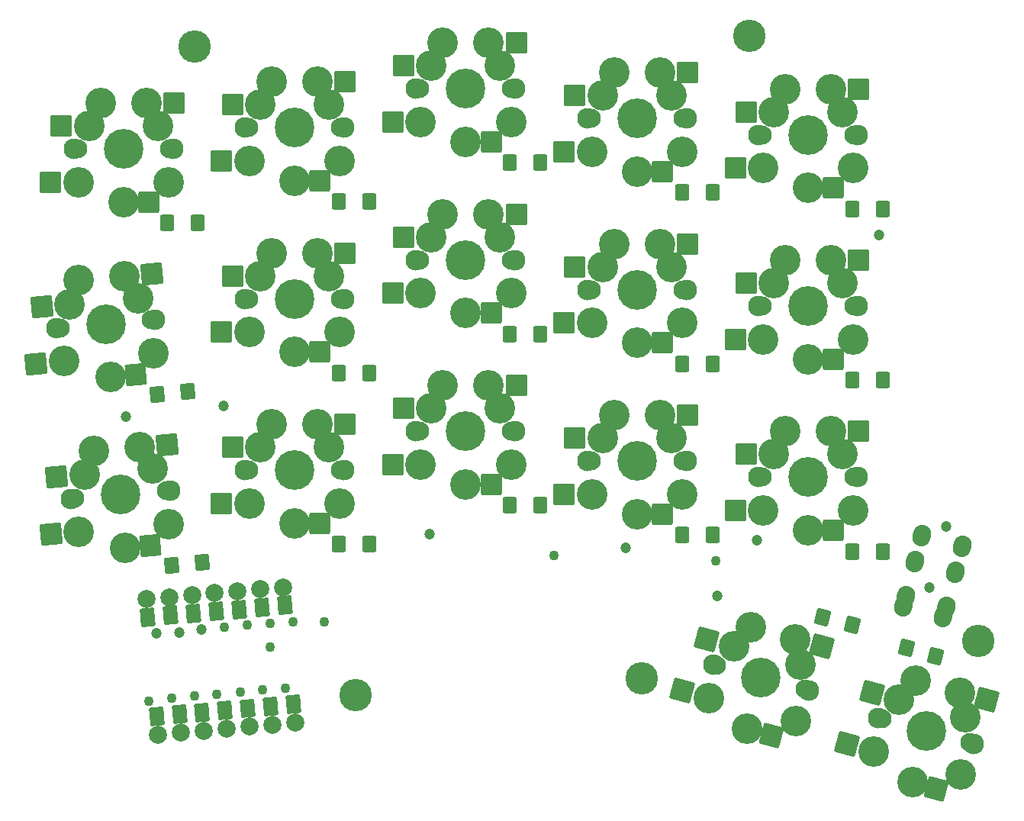
<source format=gbs>
G04 #@! TF.GenerationSoftware,KiCad,Pcbnew,7.0.5-0*
G04 #@! TF.CreationDate,2023-06-11T17:15:19+08:00*
G04 #@! TF.ProjectId,AWKB,41574b42-2e6b-4696-9361-645f70636258,rev?*
G04 #@! TF.SameCoordinates,Original*
G04 #@! TF.FileFunction,Soldermask,Bot*
G04 #@! TF.FilePolarity,Negative*
%FSLAX46Y46*%
G04 Gerber Fmt 4.6, Leading zero omitted, Abs format (unit mm)*
G04 Created by KiCad (PCBNEW 7.0.5-0) date 2023-06-11 17:15:19*
%MOMM*%
%LPD*%
G01*
G04 APERTURE LIST*
G04 Aperture macros list*
%AMRoundRect*
0 Rectangle with rounded corners*
0 $1 Rounding radius*
0 $2 $3 $4 $5 $6 $7 $8 $9 X,Y pos of 4 corners*
0 Add a 4 corners polygon primitive as box body*
4,1,4,$2,$3,$4,$5,$6,$7,$8,$9,$2,$3,0*
0 Add four circle primitives for the rounded corners*
1,1,$1+$1,$2,$3*
1,1,$1+$1,$4,$5*
1,1,$1+$1,$6,$7*
1,1,$1+$1,$8,$9*
0 Add four rect primitives between the rounded corners*
20,1,$1+$1,$2,$3,$4,$5,0*
20,1,$1+$1,$4,$5,$6,$7,0*
20,1,$1+$1,$6,$7,$8,$9,0*
20,1,$1+$1,$8,$9,$2,$3,0*%
%AMHorizOval*
0 Thick line with rounded ends*
0 $1 width*
0 $2 $3 position (X,Y) of the first rounded end (center of the circle)*
0 $4 $5 position (X,Y) of the second rounded end (center of the circle)*
0 Add line between two ends*
20,1,$1,$2,$3,$4,$5,0*
0 Add two circle primitives to create the rounded ends*
1,1,$1,$2,$3*
1,1,$1,$4,$5*%
%AMFreePoly0*
4,1,22,0.686777,0.580194,0.756366,0.524698,0.794986,0.444504,0.799999,0.400000,0.800000,0.200000,0.780194,0.113223,0.741421,0.058579,0.141421,-0.541421,0.066056,-0.588777,-0.022393,-0.598742,-0.106406,-0.569345,-0.141421,-0.541421,-0.741421,0.058579,-0.788777,0.133944,-0.800000,0.200000,-0.800000,0.400000,-0.780194,0.486777,-0.724698,0.556366,-0.644504,0.594986,-0.600000,0.600000,
0.600000,0.600000,0.686777,0.580194,0.686777,0.580194,$1*%
%AMFreePoly1*
4,1,26,0.706406,1.169345,0.769345,1.106406,0.798742,1.022393,0.800000,1.000000,0.800000,-0.250000,0.780194,-0.336777,0.724698,-0.406366,0.644504,-0.444986,0.600000,-0.450000,-0.600000,-0.450000,-0.686777,-0.430194,-0.756366,-0.374698,-0.794986,-0.294504,-0.800000,-0.250000,-0.800001,1.000000,-0.780194,1.086777,-0.724698,1.156366,-0.644504,1.194985,-0.555496,1.194986,-0.475302,1.156366,
-0.458579,1.141421,0.000000,0.682842,0.458579,1.141421,0.533944,1.188777,0.622393,1.198742,0.706406,1.169345,0.706406,1.169345,$1*%
G04 Aperture macros list end*
%ADD10C,0.100000*%
%ADD11C,1.200000*%
%ADD12HorizOval,2.000000X0.051764X0.193185X-0.051764X-0.193185X0*%
%ADD13HorizOval,2.000000X-0.051764X-0.193185X0.051764X0.193185X0*%
%ADD14C,2.300000*%
%ADD15C,2.100000*%
%ADD16C,3.400000*%
%ADD17C,4.400000*%
%ADD18RoundRect,0.200000X1.000000X1.000000X-1.000000X1.000000X-1.000000X-1.000000X1.000000X-1.000000X0*%
%ADD19RoundRect,0.200000X0.950000X1.000000X-0.950000X1.000000X-0.950000X-1.000000X0.950000X-1.000000X0*%
%ADD20RoundRect,0.200000X-0.600000X-0.700000X0.600000X-0.700000X0.600000X0.700000X-0.600000X0.700000X0*%
%ADD21C,3.600000*%
%ADD22RoundRect,0.200000X1.224745X0.707107X-0.707107X1.224745X-1.224745X-0.707107X0.707107X-1.224745X0*%
%ADD23RoundRect,0.200000X1.176449X0.720048X-0.658810X1.211804X-1.176449X-0.720048X0.658810X-1.211804X0*%
%ADD24RoundRect,0.200000X0.909039X1.083350X-1.083350X0.909039X-0.909039X-1.083350X1.083350X-0.909039X0*%
%ADD25RoundRect,0.200000X0.859229X1.078993X-1.033541X0.913397X-0.859229X-1.078993X1.033541X-0.913397X0*%
%ADD26C,2.000000*%
%ADD27FreePoly0,185.000000*%
%ADD28FreePoly0,5.000000*%
%ADD29FreePoly1,185.000000*%
%ADD30FreePoly1,5.000000*%
%ADD31RoundRect,0.200000X-0.760729X-0.520857X0.398382X-0.831440X0.760729X0.520857X-0.398382X0.831440X0*%
%ADD32RoundRect,0.200000X-0.536708X-0.749630X0.658726X-0.645043X0.536708X0.749630X-0.658726X0.645043X0*%
%ADD33C,1.100000*%
G04 APERTURE END LIST*
D10*
X112369413Y-137759707D02*
X111357279Y-137848257D01*
X111268729Y-136836123D01*
X112280863Y-136747573D01*
X112369413Y-137759707D01*
G36*
X112369413Y-137759707D02*
G01*
X111357279Y-137848257D01*
X111268729Y-136836123D01*
X112280863Y-136747573D01*
X112369413Y-137759707D01*
G37*
X114899747Y-137538331D02*
X113887614Y-137626882D01*
X113799063Y-136614748D01*
X114811197Y-136526198D01*
X114899747Y-137538331D01*
G36*
X114899747Y-137538331D02*
G01*
X113887614Y-137626882D01*
X113799063Y-136614748D01*
X114811197Y-136526198D01*
X114899747Y-137538331D01*
G37*
X117430082Y-137316956D02*
X116417948Y-137405506D01*
X116329398Y-136393372D01*
X117341532Y-136304822D01*
X117430082Y-137316956D01*
G36*
X117430082Y-137316956D02*
G01*
X116417948Y-137405506D01*
X116329398Y-136393372D01*
X117341532Y-136304822D01*
X117430082Y-137316956D01*
G37*
X119960416Y-137095580D02*
X118948283Y-137184130D01*
X118859732Y-136171997D01*
X119871866Y-136083446D01*
X119960416Y-137095580D01*
G36*
X119960416Y-137095580D02*
G01*
X118948283Y-137184130D01*
X118859732Y-136171997D01*
X119871866Y-136083446D01*
X119960416Y-137095580D01*
G37*
X122490751Y-136874205D02*
X121478617Y-136962755D01*
X121390067Y-135950621D01*
X122402201Y-135862071D01*
X122490751Y-136874205D01*
G36*
X122490751Y-136874205D02*
G01*
X121478617Y-136962755D01*
X121390067Y-135950621D01*
X122402201Y-135862071D01*
X122490751Y-136874205D01*
G37*
X125021086Y-136652829D02*
X124008952Y-136741379D01*
X123920402Y-135729245D01*
X124932535Y-135640695D01*
X125021086Y-136652829D01*
G36*
X125021086Y-136652829D02*
G01*
X124008952Y-136741379D01*
X123920402Y-135729245D01*
X124932535Y-135640695D01*
X125021086Y-136652829D01*
G37*
X127551420Y-136431453D02*
X126539286Y-136520004D01*
X126450736Y-135507870D01*
X127462870Y-135419320D01*
X127551420Y-136431453D01*
G36*
X127551420Y-136431453D02*
G01*
X126539286Y-136520004D01*
X126450736Y-135507870D01*
X127462870Y-135419320D01*
X127551420Y-136431453D01*
G37*
X111377650Y-126423808D02*
X110365516Y-126512359D01*
X110276966Y-125500225D01*
X111289100Y-125411674D01*
X111377650Y-126423808D01*
G36*
X111377650Y-126423808D02*
G01*
X110365516Y-126512359D01*
X110276966Y-125500225D01*
X111289100Y-125411674D01*
X111377650Y-126423808D01*
G37*
X113907985Y-126202433D02*
X112895851Y-126290983D01*
X112807301Y-125278849D01*
X113819435Y-125190299D01*
X113907985Y-126202433D01*
G36*
X113907985Y-126202433D02*
G01*
X112895851Y-126290983D01*
X112807301Y-125278849D01*
X113819435Y-125190299D01*
X113907985Y-126202433D01*
G37*
X116438319Y-125981057D02*
X115426186Y-126069607D01*
X115337635Y-125057474D01*
X116349769Y-124968923D01*
X116438319Y-125981057D01*
G36*
X116438319Y-125981057D02*
G01*
X115426186Y-126069607D01*
X115337635Y-125057474D01*
X116349769Y-124968923D01*
X116438319Y-125981057D01*
G37*
X118968654Y-125759682D02*
X117956520Y-125848232D01*
X117867970Y-124836098D01*
X118880104Y-124747548D01*
X118968654Y-125759682D01*
G36*
X118968654Y-125759682D02*
G01*
X117956520Y-125848232D01*
X117867970Y-124836098D01*
X118880104Y-124747548D01*
X118968654Y-125759682D01*
G37*
X121498988Y-125538306D02*
X120486855Y-125626856D01*
X120398304Y-124614722D01*
X121410438Y-124526172D01*
X121498988Y-125538306D01*
G36*
X121498988Y-125538306D02*
G01*
X120486855Y-125626856D01*
X120398304Y-124614722D01*
X121410438Y-124526172D01*
X121498988Y-125538306D01*
G37*
X124029323Y-125316930D02*
X123017189Y-125405481D01*
X122928639Y-124393347D01*
X123940773Y-124304797D01*
X124029323Y-125316930D01*
G36*
X124029323Y-125316930D02*
G01*
X123017189Y-125405481D01*
X122928639Y-124393347D01*
X123940773Y-124304797D01*
X124029323Y-125316930D01*
G37*
X126559657Y-125095555D02*
X125547524Y-125184105D01*
X125458973Y-124171971D01*
X126471107Y-124083421D01*
X126559657Y-125095555D01*
G36*
X126559657Y-125095555D02*
G01*
X125547524Y-125184105D01*
X125458973Y-124171971D01*
X126471107Y-124083421D01*
X126559657Y-125095555D01*
G37*
D11*
X199392895Y-116091550D03*
X197581161Y-122853031D03*
D12*
X194911267Y-123814783D03*
D13*
X199388680Y-124993796D03*
D12*
X195946543Y-119951079D03*
D13*
X200423956Y-121130093D03*
D12*
X196723000Y-117053302D03*
D13*
X201200413Y-118232315D03*
X194660720Y-124865747D03*
D12*
X199069825Y-126067869D03*
D14*
X121613328Y-109786994D03*
D15*
X122033328Y-109786994D03*
D16*
X122113328Y-113486994D03*
X123303328Y-107246994D03*
X124573328Y-104706994D03*
D17*
X127113328Y-109786994D03*
D16*
X127113328Y-115686994D03*
X129653328Y-104706994D03*
X130923328Y-107246994D03*
X132113328Y-113486994D03*
D15*
X132193328Y-109786994D03*
D14*
X132613328Y-109786994D03*
D18*
X119013328Y-113486994D03*
X120213328Y-107246994D03*
D19*
X129913328Y-115686994D03*
D18*
X132713328Y-104706994D03*
D20*
X170082000Y-117007000D03*
X173482000Y-117007000D03*
D14*
X121613328Y-90787394D03*
D15*
X122033328Y-90787394D03*
D16*
X122113328Y-94487394D03*
X123303328Y-88247394D03*
X124573328Y-85707394D03*
D17*
X127113328Y-90787394D03*
D16*
X127113328Y-96687394D03*
X129653328Y-85707394D03*
X130923328Y-88247394D03*
X132113328Y-94487394D03*
D15*
X132193328Y-90787394D03*
D14*
X132613328Y-90787394D03*
D18*
X119013328Y-94487394D03*
X120213328Y-88247394D03*
D19*
X129913328Y-96687394D03*
D18*
X132713328Y-85707394D03*
D21*
X177571400Y-61595000D03*
D20*
X170082000Y-98006600D03*
X173482000Y-98006600D03*
D14*
X173562946Y-131387733D03*
D15*
X173968635Y-131496437D03*
D16*
X173088278Y-135091068D03*
X175852761Y-129371686D03*
X177736887Y-127246934D03*
D17*
X178875538Y-132811238D03*
D16*
X177348506Y-138510200D03*
X182643790Y-128561735D03*
X183213116Y-131343887D03*
X182747537Y-137679259D03*
D15*
X183782441Y-134126039D03*
D14*
X184188130Y-134234743D03*
D22*
X170093908Y-134288729D03*
X172868050Y-128571935D03*
D23*
X180053098Y-139234894D03*
D22*
X185599523Y-129353721D03*
D14*
X102613128Y-74149994D03*
D15*
X103033128Y-74149994D03*
D16*
X103113128Y-77849994D03*
X104303128Y-71609994D03*
X105573128Y-69069994D03*
D17*
X108113128Y-74149994D03*
D16*
X108113128Y-80049994D03*
X110653128Y-69069994D03*
X111923128Y-71609994D03*
X113113128Y-77849994D03*
D15*
X113193128Y-74149994D03*
D14*
X113613128Y-74149994D03*
D18*
X100013128Y-77849994D03*
X101213128Y-71609994D03*
D19*
X110913128Y-80049994D03*
D18*
X113713128Y-69069994D03*
D14*
X100684341Y-94064498D03*
D15*
X101102743Y-94027892D03*
D16*
X101504915Y-97706840D03*
X102146535Y-91386870D03*
X103190326Y-88745848D03*
D17*
X106163412Y-93585141D03*
D16*
X106677631Y-99462690D03*
X108250995Y-88303096D03*
X109737538Y-90722743D03*
X111466862Y-96835283D03*
D15*
X111224081Y-93142390D03*
D14*
X111642483Y-93105784D03*
D24*
X98416711Y-97977023D03*
X99068293Y-91656181D03*
D25*
X109466976Y-99218654D03*
D24*
X111299351Y-88036400D03*
D20*
X131982000Y-118006400D03*
X135382000Y-118006400D03*
X170082000Y-79006640D03*
X173482000Y-79006640D03*
D21*
X165620200Y-132943600D03*
D20*
X192405000Y-99806000D03*
X189005000Y-99806000D03*
X151005102Y-75696440D03*
X154405102Y-75696440D03*
X192405000Y-118806000D03*
X189005000Y-118806000D03*
D21*
X133895600Y-134799386D03*
D14*
X191862097Y-137305296D03*
D15*
X192267786Y-137414000D03*
D16*
X191387429Y-141008631D03*
X194151912Y-135289249D03*
X196036038Y-133164497D03*
D17*
X197174689Y-138728801D03*
D16*
X195647657Y-144427763D03*
X200942941Y-134479298D03*
X201512267Y-137261450D03*
X201046688Y-143596822D03*
D15*
X202081592Y-140043602D03*
D14*
X202487281Y-140152306D03*
D22*
X188393059Y-140206292D03*
X191167201Y-134489498D03*
D23*
X198352249Y-145152457D03*
D22*
X203898674Y-135271284D03*
D26*
X111981982Y-139160002D03*
X114512317Y-138938627D03*
X117042651Y-138717251D03*
X119572986Y-138495876D03*
X122103321Y-138274500D03*
X124633655Y-138053124D03*
X127163990Y-137831749D03*
D27*
X111841208Y-137550949D03*
X114371543Y-137329573D03*
X116901877Y-137108197D03*
X119432212Y-136886822D03*
X121962547Y-136665446D03*
X124492881Y-136444071D03*
X127023216Y-136222695D03*
D28*
X110805171Y-125708983D03*
X113335505Y-125487607D03*
X115865840Y-125266232D03*
X118396174Y-125044856D03*
X120926509Y-124823481D03*
X123456843Y-124602105D03*
X125987178Y-124380730D03*
D26*
X110665704Y-124114872D03*
X113196039Y-123893497D03*
X115726373Y-123672121D03*
X118256708Y-123450746D03*
X120787042Y-123229370D03*
X123317377Y-123007994D03*
X125847711Y-122786619D03*
D29*
X111752658Y-136538815D03*
X114282993Y-136317439D03*
X116813327Y-136096064D03*
X119343662Y-135874688D03*
X121873996Y-135653312D03*
X124404331Y-135431937D03*
X126934665Y-135210561D03*
D30*
X126075728Y-125392863D03*
X123545394Y-125614239D03*
X121015059Y-125835615D03*
X118484725Y-126056990D03*
X115954390Y-126278366D03*
X113424055Y-126499741D03*
X110893721Y-126721117D03*
D20*
X192405000Y-80806200D03*
X189005000Y-80806200D03*
D14*
X140612728Y-105477194D03*
D15*
X141032728Y-105477194D03*
D16*
X141112728Y-109177194D03*
X142302728Y-102937194D03*
X143572728Y-100397194D03*
D17*
X146112728Y-105477194D03*
D16*
X146112728Y-111377194D03*
X148652728Y-100397194D03*
X149922728Y-102937194D03*
X151112728Y-109177194D03*
D15*
X151192728Y-105477194D03*
D14*
X151612728Y-105477194D03*
D18*
X138012728Y-109177194D03*
X139212728Y-102937194D03*
D19*
X148912728Y-111377194D03*
D18*
X151712728Y-100397194D03*
D21*
X202958206Y-128782383D03*
D31*
X194979326Y-129531808D03*
X198263474Y-130411792D03*
D14*
X159612928Y-70787234D03*
D15*
X160032928Y-70787234D03*
D16*
X160112928Y-74487234D03*
X161302928Y-68247234D03*
X162572928Y-65707234D03*
D17*
X165112928Y-70787234D03*
D16*
X165112928Y-76687234D03*
X167652928Y-65707234D03*
X168922928Y-68247234D03*
X170112928Y-74487234D03*
D15*
X170192928Y-70787234D03*
D14*
X170612928Y-70787234D03*
D18*
X157012928Y-74487234D03*
X158212928Y-68247234D03*
D19*
X167912928Y-76687234D03*
D18*
X170712928Y-65707234D03*
D14*
X121613328Y-71787794D03*
D15*
X122033328Y-71787794D03*
D16*
X122113328Y-75487794D03*
X123303328Y-69247794D03*
X124573328Y-66707794D03*
D17*
X127113328Y-71787794D03*
D16*
X127113328Y-77687794D03*
X129653328Y-66707794D03*
X130923328Y-69247794D03*
X132113328Y-75487794D03*
D15*
X132193328Y-71787794D03*
D14*
X132613328Y-71787794D03*
D18*
X119013328Y-75487794D03*
X120213328Y-69247794D03*
D19*
X129913328Y-77687794D03*
D18*
X132713328Y-66707794D03*
X189712626Y-67506794D03*
D19*
X186912626Y-78486794D03*
D18*
X177212626Y-70046794D03*
X176012626Y-76286794D03*
D14*
X189612626Y-72586794D03*
D15*
X189192626Y-72586794D03*
D16*
X189112626Y-76286794D03*
X187922626Y-70046794D03*
X186652626Y-67506794D03*
X184112626Y-78486794D03*
D17*
X184112626Y-72586794D03*
D16*
X181572626Y-67506794D03*
X180302626Y-70046794D03*
X179112626Y-76286794D03*
D15*
X179032626Y-72586794D03*
D14*
X178612626Y-72586794D03*
D31*
X185691852Y-126120016D03*
X188976000Y-127000000D03*
D32*
X116886462Y-120050270D03*
X113499400Y-120346600D03*
D20*
X131982000Y-99006800D03*
X135382000Y-99006800D03*
D32*
X111839083Y-101369091D03*
X115226145Y-101072761D03*
D20*
X131982000Y-80007200D03*
X135382000Y-80007200D03*
D14*
X159612928Y-108787594D03*
D15*
X160032928Y-108787594D03*
D16*
X160112928Y-112487594D03*
X161302928Y-106247594D03*
X162572928Y-103707594D03*
D17*
X165112928Y-108787594D03*
D16*
X165112928Y-114687594D03*
X167652928Y-103707594D03*
X168922928Y-106247594D03*
X170112928Y-112487594D03*
D15*
X170192928Y-108787594D03*
D14*
X170612928Y-108787594D03*
D18*
X157012928Y-112487594D03*
X158212928Y-106247594D03*
D19*
X167912928Y-114687594D03*
D18*
X170712928Y-103707594D03*
D20*
X151005102Y-113696600D03*
X154405102Y-113696600D03*
X112932000Y-82369400D03*
X116332000Y-82369400D03*
D18*
X189712626Y-105506594D03*
D19*
X186912626Y-116486594D03*
D18*
X177212626Y-108046594D03*
X176012626Y-114286594D03*
D14*
X189612626Y-110586594D03*
D15*
X189192626Y-110586594D03*
D16*
X189112626Y-114286594D03*
X187922626Y-108046594D03*
X186652626Y-105506594D03*
X184112626Y-116486594D03*
D17*
X184112626Y-110586594D03*
D16*
X181572626Y-105506594D03*
X180302626Y-108046594D03*
X179112626Y-114286594D03*
D15*
X179032626Y-110586594D03*
D14*
X178612626Y-110586594D03*
X159612928Y-89787194D03*
D15*
X160032928Y-89787194D03*
D16*
X160112928Y-93487194D03*
X161302928Y-87247194D03*
X162572928Y-84707194D03*
D17*
X165112928Y-89787194D03*
D16*
X165112928Y-95687194D03*
X167652928Y-84707194D03*
X168922928Y-87247194D03*
X170112928Y-93487194D03*
D15*
X170192928Y-89787194D03*
D14*
X170612928Y-89787194D03*
D18*
X157012928Y-93487194D03*
X158212928Y-87247194D03*
D19*
X167912928Y-95687194D03*
D18*
X170712928Y-84707194D03*
D20*
X151005102Y-94696400D03*
X154405102Y-94696400D03*
D18*
X189712626Y-86506594D03*
D19*
X186912626Y-97486594D03*
D18*
X177212626Y-89046594D03*
X176012626Y-95286594D03*
D14*
X189612626Y-91586594D03*
D15*
X189192626Y-91586594D03*
D16*
X189112626Y-95286594D03*
X187922626Y-89046594D03*
X186652626Y-86506594D03*
X184112626Y-97486594D03*
D17*
X184112626Y-91586594D03*
D16*
X181572626Y-86506594D03*
X180302626Y-89046594D03*
X179112626Y-95286594D03*
D15*
X179032626Y-91586594D03*
D14*
X178612626Y-91586594D03*
X140612728Y-67477034D03*
D15*
X141032728Y-67477034D03*
D16*
X141112728Y-71177034D03*
X142302728Y-64937034D03*
X143572728Y-62397034D03*
D17*
X146112728Y-67477034D03*
D16*
X146112728Y-73377034D03*
X148652728Y-62397034D03*
X149922728Y-64937034D03*
X151112728Y-71177034D03*
D15*
X151192728Y-67477034D03*
D14*
X151612728Y-67477034D03*
D18*
X138012728Y-71177034D03*
X139212728Y-64937034D03*
D19*
X148912728Y-73377034D03*
D18*
X151712728Y-62397034D03*
D21*
X116014000Y-62839600D03*
D14*
X140612728Y-86476994D03*
D15*
X141032728Y-86476994D03*
D16*
X141112728Y-90176994D03*
X142302728Y-83936994D03*
X143572728Y-81396994D03*
D17*
X146112728Y-86476994D03*
D16*
X146112728Y-92376994D03*
X148652728Y-81396994D03*
X149922728Y-83936994D03*
X151112728Y-90176994D03*
D15*
X151192728Y-86476994D03*
D14*
X151612728Y-86476994D03*
D18*
X138012728Y-90176994D03*
X139212728Y-83936994D03*
D19*
X148912728Y-92376994D03*
D18*
X151712728Y-81396994D03*
D24*
X112955310Y-106964099D03*
D25*
X111122935Y-118146353D03*
D24*
X100724252Y-110583880D03*
X100072670Y-116904722D03*
D14*
X113298442Y-112033483D03*
D15*
X112880040Y-112070089D03*
D16*
X113122821Y-115762982D03*
X111393497Y-109650442D03*
X109906954Y-107230795D03*
X108333590Y-118390389D03*
D17*
X107819371Y-112512840D03*
D16*
X104846285Y-107673547D03*
X103802494Y-110314569D03*
X103160874Y-116634539D03*
D15*
X102758702Y-112955591D03*
D14*
X102340300Y-112992197D03*
D11*
X108419400Y-103835200D03*
D33*
X113499400Y-120346600D03*
X116886462Y-120050270D03*
X111122935Y-118146353D03*
X112955310Y-106964099D03*
X111839083Y-101369091D03*
X115226145Y-101072761D03*
X109466976Y-99218654D03*
X111299351Y-88036400D03*
X124404331Y-129438400D03*
X130389065Y-126668465D03*
X126934665Y-126668465D03*
X124404331Y-126796800D03*
X121873996Y-127000000D03*
X119343662Y-127251738D03*
D11*
X116813327Y-127519927D03*
X114282993Y-127791207D03*
X111752658Y-127933942D03*
D33*
X126075728Y-133988328D03*
X123557800Y-134213600D03*
X121068600Y-134467600D03*
X118477800Y-134670800D03*
X116013827Y-134874000D03*
X113483493Y-135077200D03*
X110953158Y-135483600D03*
X100072670Y-116904722D03*
X100724252Y-110583880D03*
X98416711Y-97977023D03*
X99068293Y-91656181D03*
D11*
X191985406Y-83732983D03*
D33*
X131982000Y-80007200D03*
X112932000Y-82369400D03*
X151005102Y-75696440D03*
X170082000Y-79006640D03*
X189005000Y-80806200D03*
X151005102Y-94696400D03*
X131982000Y-99006800D03*
X170082000Y-98006600D03*
X189005000Y-99806000D03*
X131982000Y-118006400D03*
X151005102Y-113696600D03*
X189005000Y-118806000D03*
X170082000Y-117007000D03*
X185691852Y-126120016D03*
X194979326Y-129531808D03*
X113713128Y-69069994D03*
X116332000Y-82369400D03*
X110913128Y-80049994D03*
X132713328Y-66707794D03*
X135382000Y-80007200D03*
X129913328Y-77687794D03*
X148912728Y-73377034D03*
X151712728Y-62397034D03*
X154405102Y-75696440D03*
X167912928Y-76687234D03*
X173482000Y-79006640D03*
X170712928Y-65707234D03*
X186912626Y-78486794D03*
X189712626Y-67506794D03*
X192405000Y-80806200D03*
D11*
X119202200Y-102692200D03*
X163880800Y-118414800D03*
X142087600Y-116916200D03*
X174015400Y-123799600D03*
X178384200Y-117612200D03*
D33*
X100013128Y-77849994D03*
X101213128Y-71609994D03*
X120213328Y-69247794D03*
X119013328Y-94487394D03*
X119013328Y-113486994D03*
X120213328Y-88247394D03*
X120213328Y-107246994D03*
X119013328Y-75487794D03*
X138012728Y-109177194D03*
X138012728Y-90176994D03*
X139212728Y-102937194D03*
X139212728Y-83936994D03*
X138012728Y-71177034D03*
X139212728Y-64937034D03*
X172868050Y-128571935D03*
X158212928Y-106247594D03*
X157012928Y-112487594D03*
X155917400Y-119228900D03*
X170093908Y-134288729D03*
X157012928Y-74487234D03*
X157012928Y-93487194D03*
X158212928Y-87247194D03*
X158212928Y-68247234D03*
X132713328Y-85707394D03*
X129913328Y-96687394D03*
X135382000Y-99006800D03*
X154405102Y-94696400D03*
X151712728Y-81396994D03*
X148912728Y-92376994D03*
X167912928Y-95687194D03*
X173482000Y-98006600D03*
X170712928Y-84707194D03*
X189712626Y-86506594D03*
X192405000Y-99806000D03*
X186912626Y-97486594D03*
X135382000Y-118006400D03*
X129913328Y-115686994D03*
X132713328Y-104706994D03*
X151712728Y-100397194D03*
X154405102Y-113696600D03*
X148912728Y-111377194D03*
X170712928Y-103707594D03*
X167912928Y-114687594D03*
X173482000Y-117007000D03*
X189712626Y-105506594D03*
X186912626Y-116486594D03*
X192405000Y-118806000D03*
X180053098Y-139234894D03*
X188976000Y-127000000D03*
X185599523Y-129353721D03*
X203898674Y-135271284D03*
X198263474Y-130411792D03*
X198352249Y-145152457D03*
X177212626Y-89046594D03*
X188393059Y-140206292D03*
X173849800Y-119903400D03*
X176012626Y-114286594D03*
X176012626Y-76286794D03*
X177212626Y-108046594D03*
X191167201Y-134489498D03*
X177212626Y-70046794D03*
X176012626Y-95286594D03*
M02*

</source>
